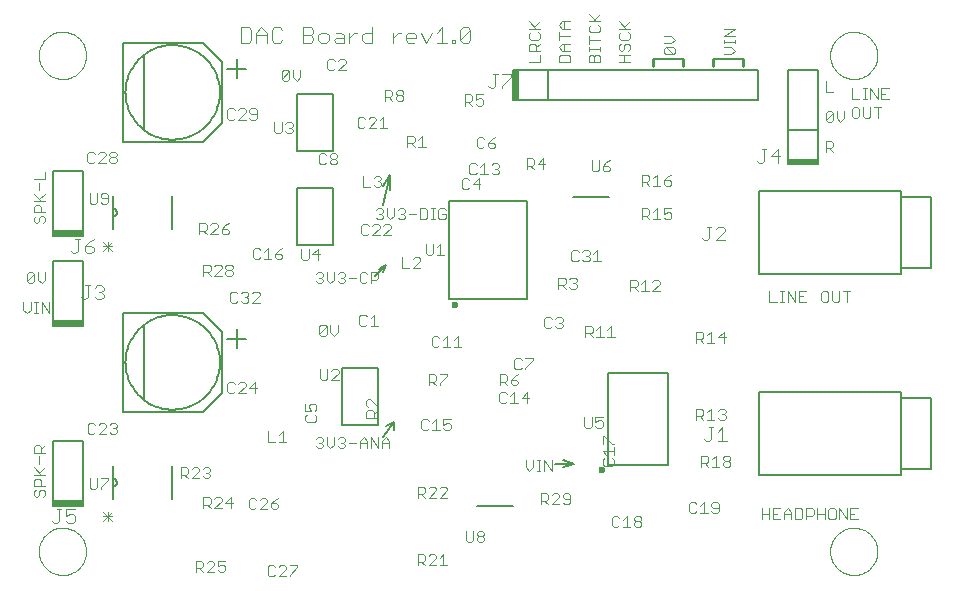
<source format=gto>
G75*
G70*
%OFA0B0*%
%FSLAX24Y24*%
%IPPOS*%
%LPD*%
%AMOC8*
5,1,8,0,0,1.08239X$1,22.5*
%
%ADD10C,0.0030*%
%ADD11C,0.0098*%
%ADD12C,0.0079*%
%ADD13C,0.0040*%
%ADD14C,0.0039*%
%ADD15C,0.0050*%
%ADD16C,0.0236*%
%ADD17C,0.0060*%
%ADD18C,0.0000*%
D10*
X003023Y002690D02*
X003337Y003004D01*
X003023Y002690D01*
X003337Y003004D01*
X003337Y002847D02*
X003023Y002847D01*
X003337Y002847D01*
X003023Y002847D01*
X003023Y003004D02*
X003337Y002690D01*
X003023Y003004D01*
X003337Y002690D01*
X003180Y002690D02*
X003180Y003004D01*
X003180Y002690D01*
X003180Y003004D01*
X001085Y003552D02*
X001023Y003490D01*
X001085Y003552D02*
X001085Y003675D01*
X001023Y003737D01*
X000962Y003737D01*
X000900Y003675D01*
X000900Y003552D01*
X000838Y003490D01*
X000776Y003490D01*
X000715Y003552D01*
X000715Y003675D01*
X000776Y003737D01*
X000715Y003858D02*
X000715Y004043D01*
X000776Y004105D01*
X000900Y004105D01*
X000962Y004043D01*
X000962Y003858D01*
X001085Y003858D02*
X000715Y003858D01*
X000715Y004227D02*
X001085Y004227D01*
X000962Y004227D02*
X000715Y004474D01*
X000900Y004595D02*
X000900Y004842D01*
X000962Y004963D02*
X000962Y005148D01*
X000900Y005210D01*
X000776Y005210D01*
X000715Y005148D01*
X000715Y004963D01*
X001085Y004963D01*
X000962Y005087D02*
X001085Y005210D01*
X001085Y004474D02*
X000900Y004288D01*
X002510Y005652D02*
X002572Y005590D01*
X002695Y005590D01*
X002757Y005652D01*
X002878Y005590D02*
X003125Y005837D01*
X003125Y005899D01*
X003064Y005960D01*
X002940Y005960D01*
X002878Y005899D01*
X002757Y005899D02*
X002695Y005960D01*
X002572Y005960D01*
X002510Y005899D01*
X002510Y005652D01*
X002878Y005590D02*
X003125Y005590D01*
X003247Y005652D02*
X003308Y005590D01*
X003432Y005590D01*
X003494Y005652D01*
X003494Y005713D01*
X003432Y005775D01*
X003370Y005775D01*
X003432Y005775D02*
X003494Y005837D01*
X003494Y005899D01*
X003432Y005960D01*
X003308Y005960D01*
X003247Y005899D01*
X005615Y004485D02*
X005615Y004115D01*
X005615Y004238D02*
X005800Y004238D01*
X005862Y004300D01*
X005862Y004424D01*
X005800Y004485D01*
X005615Y004485D01*
X005983Y004424D02*
X006045Y004485D01*
X006168Y004485D01*
X006230Y004424D01*
X006230Y004362D01*
X005983Y004115D01*
X006230Y004115D01*
X006352Y004177D02*
X006413Y004115D01*
X006537Y004115D01*
X006599Y004177D01*
X006599Y004238D01*
X006537Y004300D01*
X006475Y004300D01*
X006537Y004300D02*
X006599Y004362D01*
X006599Y004424D01*
X006537Y004485D01*
X006413Y004485D01*
X006352Y004424D01*
X005862Y004115D02*
X005738Y004238D01*
X006365Y003485D02*
X006550Y003485D01*
X006612Y003424D01*
X006612Y003300D01*
X006550Y003238D01*
X006365Y003238D01*
X006365Y003115D02*
X006365Y003485D01*
X006488Y003238D02*
X006612Y003115D01*
X006733Y003115D02*
X006980Y003362D01*
X006980Y003424D01*
X006918Y003485D01*
X006795Y003485D01*
X006733Y003424D01*
X006733Y003115D02*
X006980Y003115D01*
X007102Y003300D02*
X007349Y003300D01*
X007287Y003115D02*
X007287Y003485D01*
X007102Y003300D01*
X007885Y003399D02*
X007885Y003152D01*
X007947Y003090D01*
X008070Y003090D01*
X008132Y003152D01*
X008253Y003090D02*
X008500Y003337D01*
X008500Y003399D01*
X008439Y003460D01*
X008315Y003460D01*
X008253Y003399D01*
X008132Y003399D02*
X008070Y003460D01*
X007947Y003460D01*
X007885Y003399D01*
X008253Y003090D02*
X008500Y003090D01*
X008622Y003152D02*
X008622Y003275D01*
X008807Y003275D01*
X008869Y003213D01*
X008869Y003152D01*
X008807Y003090D01*
X008683Y003090D01*
X008622Y003152D01*
X008622Y003275D02*
X008745Y003399D01*
X008869Y003460D01*
X010177Y005115D02*
X010115Y005177D01*
X010177Y005115D02*
X010300Y005115D01*
X010362Y005177D01*
X010362Y005238D01*
X010300Y005300D01*
X010238Y005300D01*
X010300Y005300D02*
X010362Y005362D01*
X010362Y005424D01*
X010300Y005485D01*
X010177Y005485D01*
X010115Y005424D01*
X010483Y005485D02*
X010483Y005238D01*
X010607Y005115D01*
X010730Y005238D01*
X010730Y005485D01*
X010852Y005424D02*
X010913Y005485D01*
X011037Y005485D01*
X011099Y005424D01*
X011099Y005362D01*
X011037Y005300D01*
X011099Y005238D01*
X011099Y005177D01*
X011037Y005115D01*
X010913Y005115D01*
X010852Y005177D01*
X010975Y005300D02*
X011037Y005300D01*
X011220Y005300D02*
X011467Y005300D01*
X011588Y005300D02*
X011835Y005300D01*
X011835Y005362D02*
X011835Y005115D01*
X011957Y005115D02*
X011957Y005485D01*
X012203Y005115D01*
X012203Y005485D01*
X012325Y005362D02*
X012325Y005115D01*
X012325Y005300D02*
X012572Y005300D01*
X012572Y005362D02*
X012572Y005115D01*
X012572Y005362D02*
X012448Y005485D01*
X012325Y005362D01*
X011835Y005362D02*
X011712Y005485D01*
X011588Y005362D01*
X011588Y005115D01*
X011809Y006128D02*
X011809Y006314D01*
X011870Y006375D01*
X011994Y006375D01*
X012055Y006314D01*
X012055Y006128D01*
X012055Y006252D02*
X012179Y006375D01*
X012179Y006497D02*
X011932Y006744D01*
X011870Y006744D01*
X011809Y006682D01*
X011809Y006558D01*
X011870Y006497D01*
X012179Y006497D02*
X012179Y006744D01*
X012179Y006128D02*
X011809Y006128D01*
X010877Y007384D02*
X010630Y007384D01*
X010877Y007631D01*
X010877Y007692D01*
X010815Y007754D01*
X010692Y007754D01*
X010630Y007692D01*
X010509Y007754D02*
X010509Y007445D01*
X010447Y007384D01*
X010323Y007384D01*
X010262Y007445D01*
X010262Y007754D01*
X010302Y008865D02*
X010240Y008927D01*
X010487Y009174D01*
X010487Y008927D01*
X010425Y008865D01*
X010302Y008865D01*
X010240Y008927D02*
X010240Y009174D01*
X010302Y009235D01*
X010425Y009235D01*
X010487Y009174D01*
X010608Y009235D02*
X010608Y008988D01*
X010732Y008865D01*
X010855Y008988D01*
X010855Y009235D01*
X011575Y009261D02*
X011637Y009199D01*
X011760Y009199D01*
X011822Y009261D01*
X011944Y009199D02*
X012190Y009199D01*
X012067Y009199D02*
X012067Y009570D01*
X011944Y009446D01*
X011822Y009508D02*
X011760Y009570D01*
X011637Y009570D01*
X011575Y009508D01*
X011575Y009261D01*
X011650Y010615D02*
X011773Y010615D01*
X011835Y010677D01*
X011957Y010738D02*
X012142Y010738D01*
X012203Y010800D01*
X012203Y010924D01*
X012142Y010985D01*
X011957Y010985D01*
X011957Y010615D01*
X011650Y010615D02*
X011588Y010677D01*
X011588Y010924D01*
X011650Y010985D01*
X011773Y010985D01*
X011835Y010924D01*
X011467Y010800D02*
X011220Y010800D01*
X011099Y010738D02*
X011099Y010677D01*
X011037Y010615D01*
X010913Y010615D01*
X010852Y010677D01*
X010730Y010738D02*
X010607Y010615D01*
X010483Y010738D01*
X010483Y010985D01*
X010362Y010924D02*
X010362Y010862D01*
X010300Y010800D01*
X010362Y010738D01*
X010362Y010677D01*
X010300Y010615D01*
X010177Y010615D01*
X010115Y010677D01*
X010238Y010800D02*
X010300Y010800D01*
X010362Y010924D02*
X010300Y010985D01*
X010177Y010985D01*
X010115Y010924D01*
X010190Y011387D02*
X010190Y011757D01*
X010005Y011572D01*
X010252Y011572D01*
X009884Y011448D02*
X009884Y011757D01*
X009637Y011757D02*
X009637Y011448D01*
X009698Y011387D01*
X009822Y011387D01*
X009884Y011448D01*
X010730Y010985D02*
X010730Y010738D01*
X010852Y010924D02*
X010913Y010985D01*
X011037Y010985D01*
X011099Y010924D01*
X011099Y010862D01*
X011037Y010800D01*
X011099Y010738D01*
X011037Y010800D02*
X010975Y010800D01*
X009009Y011474D02*
X008948Y011412D01*
X008824Y011412D01*
X008762Y011474D01*
X008762Y011597D01*
X008948Y011597D01*
X009009Y011535D01*
X009009Y011474D01*
X008886Y011720D02*
X008762Y011597D01*
X008886Y011720D02*
X009009Y011782D01*
X008518Y011782D02*
X008518Y011412D01*
X008641Y011412D02*
X008394Y011412D01*
X008273Y011474D02*
X008211Y011412D01*
X008088Y011412D01*
X008026Y011474D01*
X008026Y011720D01*
X008088Y011782D01*
X008211Y011782D01*
X008273Y011720D01*
X008394Y011659D02*
X008518Y011782D01*
X007349Y011174D02*
X007349Y011112D01*
X007287Y011050D01*
X007163Y011050D01*
X007102Y011112D01*
X007102Y011174D01*
X007163Y011235D01*
X007287Y011235D01*
X007349Y011174D01*
X007287Y011050D02*
X007349Y010988D01*
X007349Y010927D01*
X007287Y010865D01*
X007163Y010865D01*
X007102Y010927D01*
X007102Y010988D01*
X007163Y011050D01*
X006980Y011112D02*
X006980Y011174D01*
X006918Y011235D01*
X006795Y011235D01*
X006733Y011174D01*
X006612Y011174D02*
X006612Y011050D01*
X006550Y010988D01*
X006365Y010988D01*
X006365Y010865D02*
X006365Y011235D01*
X006550Y011235D01*
X006612Y011174D01*
X006488Y010988D02*
X006612Y010865D01*
X006733Y010865D02*
X006980Y011112D01*
X006980Y010865D02*
X006733Y010865D01*
X007260Y010274D02*
X007322Y010335D01*
X007445Y010335D01*
X007507Y010274D01*
X007628Y010274D02*
X007690Y010335D01*
X007814Y010335D01*
X007875Y010274D01*
X007875Y010212D01*
X007814Y010150D01*
X007875Y010088D01*
X007875Y010027D01*
X007814Y009965D01*
X007690Y009965D01*
X007628Y010027D01*
X007507Y010027D02*
X007445Y009965D01*
X007322Y009965D01*
X007260Y010027D01*
X007260Y010274D01*
X007752Y010150D02*
X007814Y010150D01*
X007997Y010274D02*
X008058Y010335D01*
X008182Y010335D01*
X008244Y010274D01*
X008244Y010212D01*
X007997Y009965D01*
X008244Y009965D01*
X007162Y012240D02*
X007038Y012240D01*
X006977Y012302D01*
X006977Y012425D01*
X007162Y012425D01*
X007224Y012363D01*
X007224Y012302D01*
X007162Y012240D01*
X006977Y012425D02*
X007100Y012549D01*
X007224Y012610D01*
X006855Y012549D02*
X006855Y012487D01*
X006608Y012240D01*
X006855Y012240D01*
X006487Y012240D02*
X006363Y012363D01*
X006425Y012363D02*
X006240Y012363D01*
X006240Y012240D02*
X006240Y012610D01*
X006425Y012610D01*
X006487Y012549D01*
X006487Y012425D01*
X006425Y012363D01*
X006608Y012549D02*
X006670Y012610D01*
X006793Y012610D01*
X006855Y012549D01*
X010216Y014636D02*
X010216Y014883D01*
X010278Y014945D01*
X010401Y014945D01*
X010463Y014883D01*
X010584Y014883D02*
X010584Y014821D01*
X010646Y014759D01*
X010769Y014759D01*
X010831Y014698D01*
X010831Y014636D01*
X010769Y014574D01*
X010646Y014574D01*
X010584Y014636D01*
X010584Y014698D01*
X010646Y014759D01*
X010769Y014759D02*
X010831Y014821D01*
X010831Y014883D01*
X010769Y014945D01*
X010646Y014945D01*
X010584Y014883D01*
X010463Y014636D02*
X010401Y014574D01*
X010278Y014574D01*
X010216Y014636D01*
X009293Y015615D02*
X009170Y015615D01*
X009108Y015677D01*
X008987Y015677D02*
X008987Y015985D01*
X009108Y015924D02*
X009170Y015985D01*
X009293Y015985D01*
X009355Y015924D01*
X009355Y015862D01*
X009293Y015800D01*
X009355Y015738D01*
X009355Y015677D01*
X009293Y015615D01*
X009293Y015800D02*
X009232Y015800D01*
X008987Y015677D02*
X008925Y015615D01*
X008802Y015615D01*
X008740Y015677D01*
X008740Y015985D01*
X008150Y016133D02*
X008150Y016380D01*
X008088Y016442D01*
X007965Y016442D01*
X007903Y016380D01*
X007903Y016318D01*
X007965Y016256D01*
X008150Y016256D01*
X008150Y016133D02*
X008088Y016071D01*
X007965Y016071D01*
X007903Y016133D01*
X007782Y016071D02*
X007535Y016071D01*
X007782Y016318D01*
X007782Y016380D01*
X007720Y016442D01*
X007597Y016442D01*
X007535Y016380D01*
X007413Y016380D02*
X007352Y016442D01*
X007228Y016442D01*
X007167Y016380D01*
X007167Y016133D01*
X007228Y016071D01*
X007352Y016071D01*
X007413Y016133D01*
X008990Y017427D02*
X009052Y017365D01*
X009175Y017365D01*
X009237Y017427D01*
X009237Y017674D01*
X008990Y017427D01*
X008990Y017674D01*
X009052Y017735D01*
X009175Y017735D01*
X009237Y017674D01*
X009358Y017735D02*
X009358Y017488D01*
X009482Y017365D01*
X009605Y017488D01*
X009605Y017735D01*
X010503Y017777D02*
X010565Y017715D01*
X010689Y017715D01*
X010750Y017777D01*
X010872Y017715D02*
X011119Y017962D01*
X011119Y018024D01*
X011057Y018085D01*
X010933Y018085D01*
X010872Y018024D01*
X010750Y018024D02*
X010689Y018085D01*
X010565Y018085D01*
X010503Y018024D01*
X010503Y017777D01*
X010872Y017715D02*
X011119Y017715D01*
X012423Y017061D02*
X012608Y017061D01*
X012670Y016999D01*
X012670Y016876D01*
X012608Y016814D01*
X012423Y016814D01*
X012546Y016814D02*
X012670Y016690D01*
X012791Y016752D02*
X012791Y016814D01*
X012853Y016876D01*
X012976Y016876D01*
X013038Y016814D01*
X013038Y016752D01*
X012976Y016690D01*
X012853Y016690D01*
X012791Y016752D01*
X012853Y016876D02*
X012791Y016937D01*
X012791Y016999D01*
X012853Y017061D01*
X012976Y017061D01*
X013038Y016999D01*
X013038Y016937D01*
X012976Y016876D01*
X012423Y016690D02*
X012423Y017061D01*
X012370Y016162D02*
X012370Y015792D01*
X012247Y015792D02*
X012494Y015792D01*
X012247Y016039D02*
X012370Y016162D01*
X012125Y016100D02*
X012064Y016162D01*
X011940Y016162D01*
X011878Y016100D01*
X011757Y016100D02*
X011695Y016162D01*
X011572Y016162D01*
X011510Y016100D01*
X011510Y015853D01*
X011572Y015792D01*
X011695Y015792D01*
X011757Y015853D01*
X011878Y015792D02*
X012125Y016039D01*
X012125Y016100D01*
X012125Y015792D02*
X011878Y015792D01*
X013173Y015526D02*
X013173Y015156D01*
X013173Y015279D02*
X013358Y015279D01*
X013420Y015341D01*
X013420Y015465D01*
X013358Y015526D01*
X013173Y015526D01*
X013296Y015279D02*
X013420Y015156D01*
X013541Y015156D02*
X013788Y015156D01*
X013664Y015156D02*
X013664Y015526D01*
X013541Y015403D01*
X015240Y014549D02*
X015240Y014302D01*
X015302Y014240D01*
X015425Y014240D01*
X015487Y014302D01*
X015608Y014240D02*
X015855Y014240D01*
X015732Y014240D02*
X015732Y014610D01*
X015608Y014487D01*
X015487Y014549D02*
X015425Y014610D01*
X015302Y014610D01*
X015240Y014549D01*
X015175Y014110D02*
X015052Y014110D01*
X014990Y014049D01*
X014990Y013802D01*
X015052Y013740D01*
X015175Y013740D01*
X015237Y013802D01*
X015358Y013925D02*
X015605Y013925D01*
X015543Y013740D02*
X015543Y014110D01*
X015358Y013925D01*
X015237Y014049D02*
X015175Y014110D01*
X015977Y014302D02*
X016038Y014240D01*
X016162Y014240D01*
X016224Y014302D01*
X016224Y014363D01*
X016162Y014425D01*
X016100Y014425D01*
X016162Y014425D02*
X016224Y014487D01*
X016224Y014549D01*
X016162Y014610D01*
X016038Y014610D01*
X015977Y014549D01*
X015920Y015115D02*
X016043Y015115D01*
X016105Y015177D01*
X016105Y015238D01*
X016043Y015300D01*
X015858Y015300D01*
X015858Y015177D01*
X015920Y015115D01*
X015737Y015177D02*
X015675Y015115D01*
X015552Y015115D01*
X015490Y015177D01*
X015490Y015424D01*
X015552Y015485D01*
X015675Y015485D01*
X015737Y015424D01*
X015858Y015300D02*
X015982Y015424D01*
X016105Y015485D01*
X017143Y014778D02*
X017328Y014778D01*
X017390Y014717D01*
X017390Y014593D01*
X017328Y014531D01*
X017143Y014531D01*
X017143Y014408D02*
X017143Y014778D01*
X017267Y014531D02*
X017390Y014408D01*
X017511Y014593D02*
X017758Y014593D01*
X017697Y014408D02*
X017697Y014778D01*
X017511Y014593D01*
X019312Y014710D02*
X019312Y014402D01*
X019374Y014340D01*
X019498Y014340D01*
X019559Y014402D01*
X019559Y014710D01*
X019681Y014525D02*
X019866Y014525D01*
X019928Y014463D01*
X019928Y014402D01*
X019866Y014340D01*
X019742Y014340D01*
X019681Y014402D01*
X019681Y014525D01*
X019804Y014649D01*
X019928Y014710D01*
X020990Y014235D02*
X020990Y013865D01*
X020990Y013988D02*
X021175Y013988D01*
X021237Y014050D01*
X021237Y014174D01*
X021175Y014235D01*
X020990Y014235D01*
X021358Y014112D02*
X021482Y014235D01*
X021482Y013865D01*
X021605Y013865D02*
X021358Y013865D01*
X021237Y013865D02*
X021113Y013988D01*
X021727Y013927D02*
X021788Y013865D01*
X021912Y013865D01*
X021974Y013927D01*
X021974Y013988D01*
X021912Y014050D01*
X021727Y014050D01*
X021727Y013927D01*
X021727Y014050D02*
X021850Y014174D01*
X021974Y014235D01*
X021974Y013110D02*
X021727Y013110D01*
X021727Y012925D01*
X021850Y012987D01*
X021912Y012987D01*
X021974Y012925D01*
X021974Y012802D01*
X021912Y012740D01*
X021788Y012740D01*
X021727Y012802D01*
X021605Y012740D02*
X021358Y012740D01*
X021237Y012740D02*
X021113Y012863D01*
X021175Y012863D02*
X020990Y012863D01*
X020990Y012740D02*
X020990Y013110D01*
X021175Y013110D01*
X021237Y013049D01*
X021237Y012925D01*
X021175Y012863D01*
X021358Y012987D02*
X021482Y013110D01*
X021482Y012740D01*
X019495Y011710D02*
X019495Y011340D01*
X019372Y011340D02*
X019619Y011340D01*
X019372Y011587D02*
X019495Y011710D01*
X019250Y011649D02*
X019250Y011587D01*
X019189Y011525D01*
X019250Y011463D01*
X019250Y011402D01*
X019189Y011340D01*
X019065Y011340D01*
X019003Y011402D01*
X018882Y011402D02*
X018820Y011340D01*
X018697Y011340D01*
X018635Y011402D01*
X018635Y011649D01*
X018697Y011710D01*
X018820Y011710D01*
X018882Y011649D01*
X019003Y011649D02*
X019065Y011710D01*
X019189Y011710D01*
X019250Y011649D01*
X019189Y011525D02*
X019127Y011525D01*
X018758Y010805D02*
X018635Y010805D01*
X018573Y010743D01*
X018451Y010743D02*
X018451Y010620D01*
X018390Y010558D01*
X018205Y010558D01*
X018328Y010558D02*
X018451Y010435D01*
X018573Y010497D02*
X018635Y010435D01*
X018758Y010435D01*
X018820Y010497D01*
X018820Y010558D01*
X018758Y010620D01*
X018696Y010620D01*
X018758Y010620D02*
X018820Y010682D01*
X018820Y010743D01*
X018758Y010805D01*
X018451Y010743D02*
X018390Y010805D01*
X018205Y010805D01*
X018205Y010435D01*
X018170Y009485D02*
X018108Y009424D01*
X018170Y009485D02*
X018293Y009485D01*
X018355Y009424D01*
X018355Y009362D01*
X018293Y009300D01*
X018355Y009238D01*
X018355Y009177D01*
X018293Y009115D01*
X018170Y009115D01*
X018108Y009177D01*
X017987Y009177D02*
X017925Y009115D01*
X017802Y009115D01*
X017740Y009177D01*
X017740Y009424D01*
X017802Y009485D01*
X017925Y009485D01*
X017987Y009424D01*
X018232Y009300D02*
X018293Y009300D01*
X019104Y009190D02*
X019104Y008820D01*
X019104Y008943D02*
X019289Y008943D01*
X019351Y009005D01*
X019351Y009128D01*
X019289Y009190D01*
X019104Y009190D01*
X019228Y008943D02*
X019351Y008820D01*
X019472Y008820D02*
X019719Y008820D01*
X019841Y008820D02*
X020088Y008820D01*
X019964Y008820D02*
X019964Y009190D01*
X019841Y009067D01*
X019596Y009190D02*
X019596Y008820D01*
X019472Y009067D02*
X019596Y009190D01*
X020604Y010357D02*
X020604Y010727D01*
X020789Y010727D01*
X020851Y010666D01*
X020851Y010542D01*
X020789Y010481D01*
X020604Y010481D01*
X020728Y010481D02*
X020851Y010357D01*
X020972Y010357D02*
X021219Y010357D01*
X021341Y010357D02*
X021588Y010604D01*
X021588Y010666D01*
X021526Y010727D01*
X021403Y010727D01*
X021341Y010666D01*
X021096Y010727D02*
X020972Y010604D01*
X021096Y010727D02*
X021096Y010357D01*
X021341Y010357D02*
X021588Y010357D01*
X022793Y009001D02*
X022978Y009001D01*
X023040Y008939D01*
X023040Y008816D01*
X022978Y008754D01*
X022793Y008754D01*
X022793Y008631D02*
X022793Y009001D01*
X022917Y008754D02*
X023040Y008631D01*
X023161Y008631D02*
X023408Y008631D01*
X023285Y008631D02*
X023285Y009001D01*
X023161Y008878D01*
X023530Y008816D02*
X023777Y008816D01*
X023715Y008631D02*
X023715Y009001D01*
X023530Y008816D01*
X025240Y009990D02*
X025487Y009990D01*
X025608Y009990D02*
X025732Y009990D01*
X025670Y009990D02*
X025670Y010360D01*
X025608Y010360D02*
X025732Y010360D01*
X025854Y010360D02*
X026101Y009990D01*
X026101Y010360D01*
X026222Y010360D02*
X026222Y009990D01*
X026469Y009990D01*
X026346Y010175D02*
X026222Y010175D01*
X026222Y010360D02*
X026469Y010360D01*
X026959Y010299D02*
X026959Y010052D01*
X027021Y009990D01*
X027144Y009990D01*
X027206Y010052D01*
X027206Y010299D01*
X027144Y010360D01*
X027021Y010360D01*
X026959Y010299D01*
X027327Y010360D02*
X027327Y010052D01*
X027389Y009990D01*
X027512Y009990D01*
X027574Y010052D01*
X027574Y010360D01*
X027695Y010360D02*
X027942Y010360D01*
X027819Y010360D02*
X027819Y009990D01*
X025854Y009990D02*
X025854Y010360D01*
X025240Y010360D02*
X025240Y009990D01*
X023715Y006432D02*
X023591Y006432D01*
X023530Y006370D01*
X023653Y006247D02*
X023715Y006247D01*
X023777Y006185D01*
X023777Y006124D01*
X023715Y006062D01*
X023591Y006062D01*
X023530Y006124D01*
X023408Y006062D02*
X023161Y006062D01*
X023040Y006062D02*
X022917Y006185D01*
X022978Y006185D02*
X022793Y006185D01*
X022793Y006062D02*
X022793Y006432D01*
X022978Y006432D01*
X023040Y006370D01*
X023040Y006247D01*
X022978Y006185D01*
X023161Y006309D02*
X023285Y006432D01*
X023285Y006062D01*
X023715Y006247D02*
X023777Y006309D01*
X023777Y006370D01*
X023715Y006432D01*
X023757Y004870D02*
X023881Y004870D01*
X023942Y004808D01*
X023942Y004746D01*
X023881Y004685D01*
X023757Y004685D01*
X023696Y004746D01*
X023696Y004808D01*
X023757Y004870D01*
X023757Y004685D02*
X023696Y004623D01*
X023696Y004561D01*
X023757Y004499D01*
X023881Y004499D01*
X023942Y004561D01*
X023942Y004623D01*
X023881Y004685D01*
X023574Y004499D02*
X023327Y004499D01*
X023206Y004499D02*
X023082Y004623D01*
X023144Y004623D02*
X022959Y004623D01*
X022959Y004499D02*
X022959Y004870D01*
X023144Y004870D01*
X023206Y004808D01*
X023206Y004685D01*
X023144Y004623D01*
X023327Y004746D02*
X023451Y004870D01*
X023451Y004499D01*
X023484Y003322D02*
X023361Y003322D01*
X023299Y003260D01*
X023299Y003198D01*
X023361Y003136D01*
X023546Y003136D01*
X023546Y003013D02*
X023546Y003260D01*
X023484Y003322D01*
X023546Y003013D02*
X023484Y002951D01*
X023361Y002951D01*
X023299Y003013D01*
X023177Y002951D02*
X022931Y002951D01*
X023054Y002951D02*
X023054Y003322D01*
X022931Y003198D01*
X022809Y003260D02*
X022747Y003322D01*
X022624Y003322D01*
X022562Y003260D01*
X022562Y003013D01*
X022624Y002951D01*
X022747Y002951D01*
X022809Y003013D01*
X020974Y002796D02*
X020974Y002734D01*
X020912Y002672D01*
X020788Y002672D01*
X020727Y002734D01*
X020727Y002796D01*
X020788Y002857D01*
X020912Y002857D01*
X020974Y002796D01*
X020912Y002672D02*
X020974Y002610D01*
X020974Y002549D01*
X020912Y002487D01*
X020788Y002487D01*
X020727Y002549D01*
X020727Y002610D01*
X020788Y002672D01*
X020605Y002487D02*
X020358Y002487D01*
X020482Y002487D02*
X020482Y002857D01*
X020358Y002734D01*
X020237Y002796D02*
X020175Y002857D01*
X020052Y002857D01*
X019990Y002796D01*
X019990Y002549D01*
X020052Y002487D01*
X020175Y002487D01*
X020237Y002549D01*
X018599Y003302D02*
X018599Y003549D01*
X018537Y003610D01*
X018413Y003610D01*
X018352Y003549D01*
X018352Y003487D01*
X018413Y003425D01*
X018599Y003425D01*
X018599Y003302D02*
X018537Y003240D01*
X018413Y003240D01*
X018352Y003302D01*
X018230Y003240D02*
X017983Y003240D01*
X018230Y003487D01*
X018230Y003549D01*
X018168Y003610D01*
X018045Y003610D01*
X017983Y003549D01*
X017862Y003549D02*
X017862Y003425D01*
X017800Y003363D01*
X017615Y003363D01*
X017615Y003240D02*
X017615Y003610D01*
X017800Y003610D01*
X017862Y003549D01*
X017738Y003363D02*
X017862Y003240D01*
X017976Y004365D02*
X017976Y004735D01*
X017729Y004735D02*
X017976Y004365D01*
X017729Y004365D02*
X017729Y004735D01*
X017607Y004735D02*
X017483Y004735D01*
X017545Y004735D02*
X017545Y004365D01*
X017483Y004365D02*
X017607Y004365D01*
X017362Y004488D02*
X017362Y004735D01*
X017362Y004488D02*
X017238Y004365D01*
X017115Y004488D01*
X017115Y004735D01*
X019074Y005862D02*
X019074Y006170D01*
X019321Y006170D02*
X019321Y005862D01*
X019259Y005800D01*
X019135Y005800D01*
X019074Y005862D01*
X019442Y005862D02*
X019504Y005800D01*
X019627Y005800D01*
X019689Y005862D01*
X019689Y005985D01*
X019627Y006047D01*
X019565Y006047D01*
X019442Y005985D01*
X019442Y006170D01*
X019689Y006170D01*
X019679Y005518D02*
X019741Y005518D01*
X019988Y005271D01*
X020050Y005271D01*
X020050Y005149D02*
X020050Y004903D01*
X020050Y005026D02*
X019679Y005026D01*
X019803Y004903D01*
X019741Y004781D02*
X019679Y004719D01*
X019679Y004596D01*
X019741Y004534D01*
X019988Y004534D01*
X020050Y004596D01*
X020050Y004719D01*
X019988Y004781D01*
X019679Y005271D02*
X019679Y005518D01*
X017224Y006800D02*
X016977Y006800D01*
X017162Y006985D01*
X017162Y006615D01*
X016855Y006615D02*
X016608Y006615D01*
X016732Y006615D02*
X016732Y006985D01*
X016608Y006862D01*
X016487Y006924D02*
X016425Y006985D01*
X016302Y006985D01*
X016240Y006924D01*
X016240Y006677D01*
X016302Y006615D01*
X016425Y006615D01*
X016487Y006677D01*
X016500Y007215D02*
X016377Y007338D01*
X016439Y007338D02*
X016253Y007338D01*
X016253Y007215D02*
X016253Y007585D01*
X016439Y007585D01*
X016500Y007524D01*
X016500Y007400D01*
X016439Y007338D01*
X016622Y007277D02*
X016683Y007215D01*
X016807Y007215D01*
X016869Y007277D01*
X016869Y007338D01*
X016807Y007400D01*
X016622Y007400D01*
X016622Y007277D01*
X016622Y007400D02*
X016745Y007524D01*
X016869Y007585D01*
X016925Y007740D02*
X016802Y007740D01*
X016740Y007802D01*
X016740Y008049D01*
X016802Y008110D01*
X016925Y008110D01*
X016987Y008049D01*
X017108Y008110D02*
X017355Y008110D01*
X017355Y008049D01*
X017108Y007802D01*
X017108Y007740D01*
X016987Y007802D02*
X016925Y007740D01*
X014974Y008490D02*
X014727Y008490D01*
X014605Y008490D02*
X014358Y008490D01*
X014482Y008490D02*
X014482Y008860D01*
X014358Y008737D01*
X014237Y008799D02*
X014175Y008860D01*
X014052Y008860D01*
X013990Y008799D01*
X013990Y008552D01*
X014052Y008490D01*
X014175Y008490D01*
X014237Y008552D01*
X014727Y008737D02*
X014850Y008860D01*
X014850Y008490D01*
X014494Y007585D02*
X014247Y007585D01*
X014125Y007524D02*
X014125Y007400D01*
X014064Y007338D01*
X013878Y007338D01*
X013878Y007215D02*
X013878Y007585D01*
X014064Y007585D01*
X014125Y007524D01*
X014002Y007338D02*
X014125Y007215D01*
X014247Y007215D02*
X014247Y007277D01*
X014494Y007524D01*
X014494Y007585D01*
X014372Y006085D02*
X014372Y005900D01*
X014495Y005962D01*
X014557Y005962D01*
X014619Y005900D01*
X014619Y005777D01*
X014557Y005715D01*
X014433Y005715D01*
X014372Y005777D01*
X014250Y005715D02*
X014003Y005715D01*
X014127Y005715D02*
X014127Y006085D01*
X014003Y005962D01*
X013882Y006024D02*
X013820Y006085D01*
X013697Y006085D01*
X013635Y006024D01*
X013635Y005777D01*
X013697Y005715D01*
X013820Y005715D01*
X013882Y005777D01*
X014372Y006085D02*
X014619Y006085D01*
X014432Y003835D02*
X014308Y003835D01*
X014247Y003774D01*
X014125Y003774D02*
X014064Y003835D01*
X013940Y003835D01*
X013878Y003774D01*
X013757Y003774D02*
X013695Y003835D01*
X013510Y003835D01*
X013510Y003465D01*
X013510Y003588D02*
X013695Y003588D01*
X013757Y003650D01*
X013757Y003774D01*
X013633Y003588D02*
X013757Y003465D01*
X013878Y003465D02*
X014125Y003712D01*
X014125Y003774D01*
X014125Y003465D02*
X013878Y003465D01*
X014247Y003465D02*
X014494Y003712D01*
X014494Y003774D01*
X014432Y003835D01*
X014494Y003465D02*
X014247Y003465D01*
X015115Y002360D02*
X015115Y002052D01*
X015177Y001990D01*
X015300Y001990D01*
X015362Y002052D01*
X015362Y002360D01*
X015483Y002299D02*
X015483Y002237D01*
X015545Y002175D01*
X015668Y002175D01*
X015730Y002113D01*
X015730Y002052D01*
X015668Y001990D01*
X015545Y001990D01*
X015483Y002052D01*
X015483Y002113D01*
X015545Y002175D01*
X015668Y002175D02*
X015730Y002237D01*
X015730Y002299D01*
X015668Y002360D01*
X015545Y002360D01*
X015483Y002299D01*
X014370Y001585D02*
X014247Y001462D01*
X014125Y001462D02*
X013878Y001215D01*
X014125Y001215D01*
X014247Y001215D02*
X014494Y001215D01*
X014370Y001215D02*
X014370Y001585D01*
X014125Y001524D02*
X014125Y001462D01*
X014125Y001524D02*
X014064Y001585D01*
X013940Y001585D01*
X013878Y001524D01*
X013757Y001524D02*
X013757Y001400D01*
X013695Y001338D01*
X013510Y001338D01*
X013510Y001215D02*
X013510Y001585D01*
X013695Y001585D01*
X013757Y001524D01*
X013633Y001338D02*
X013757Y001215D01*
X009494Y001210D02*
X009494Y001149D01*
X009247Y000902D01*
X009247Y000840D01*
X009125Y000840D02*
X008878Y000840D01*
X009125Y001087D01*
X009125Y001149D01*
X009064Y001210D01*
X008940Y001210D01*
X008878Y001149D01*
X008757Y001149D02*
X008695Y001210D01*
X008572Y001210D01*
X008510Y001149D01*
X008510Y000902D01*
X008572Y000840D01*
X008695Y000840D01*
X008757Y000902D01*
X009247Y001210D02*
X009494Y001210D01*
X007099Y001175D02*
X007099Y001052D01*
X007037Y000990D01*
X006913Y000990D01*
X006852Y001052D01*
X006852Y001175D02*
X006975Y001237D01*
X007037Y001237D01*
X007099Y001175D01*
X007099Y001360D02*
X006852Y001360D01*
X006852Y001175D01*
X006730Y001237D02*
X006483Y000990D01*
X006730Y000990D01*
X006730Y001237D02*
X006730Y001299D01*
X006668Y001360D01*
X006545Y001360D01*
X006483Y001299D01*
X006362Y001299D02*
X006362Y001175D01*
X006300Y001113D01*
X006115Y001113D01*
X006115Y000990D02*
X006115Y001360D01*
X006300Y001360D01*
X006362Y001299D01*
X006238Y001113D02*
X006362Y000990D01*
X008521Y005323D02*
X008767Y005323D01*
X008889Y005323D02*
X009136Y005323D01*
X009012Y005323D02*
X009012Y005693D01*
X008889Y005570D01*
X008521Y005693D02*
X008521Y005323D01*
X009768Y006052D02*
X009768Y006175D01*
X009830Y006237D01*
X009768Y006358D02*
X009953Y006358D01*
X009891Y006482D01*
X009891Y006543D01*
X009953Y006605D01*
X010076Y006605D01*
X010138Y006543D01*
X010138Y006420D01*
X010076Y006358D01*
X010076Y006237D02*
X010138Y006175D01*
X010138Y006052D01*
X010076Y005990D01*
X009830Y005990D01*
X009768Y006052D01*
X009768Y006358D02*
X009768Y006605D01*
X008150Y007131D02*
X007903Y007131D01*
X008088Y007317D01*
X008088Y006946D01*
X007782Y006946D02*
X007535Y006946D01*
X007782Y007193D01*
X007782Y007255D01*
X007720Y007317D01*
X007597Y007317D01*
X007535Y007255D01*
X007413Y007255D02*
X007352Y007317D01*
X007228Y007317D01*
X007167Y007255D01*
X007167Y007008D01*
X007228Y006946D01*
X007352Y006946D01*
X007413Y007008D01*
X012990Y011115D02*
X013237Y011115D01*
X013358Y011115D02*
X013605Y011362D01*
X013605Y011424D01*
X013543Y011485D01*
X013420Y011485D01*
X013358Y011424D01*
X013358Y011115D02*
X013605Y011115D01*
X013843Y011564D02*
X013781Y011626D01*
X013781Y011934D01*
X014028Y011934D02*
X014028Y011626D01*
X013966Y011564D01*
X013843Y011564D01*
X014150Y011564D02*
X014397Y011564D01*
X014273Y011564D02*
X014273Y011934D01*
X014150Y011811D01*
X014080Y012740D02*
X013957Y012740D01*
X014018Y012740D02*
X014018Y013110D01*
X013957Y013110D02*
X014080Y013110D01*
X014202Y013049D02*
X014202Y012802D01*
X014264Y012740D01*
X014387Y012740D01*
X014449Y012802D01*
X014449Y012925D01*
X014326Y012925D01*
X014449Y013049D02*
X014387Y013110D01*
X014264Y013110D01*
X014202Y013049D01*
X013835Y013049D02*
X013835Y012802D01*
X013773Y012740D01*
X013588Y012740D01*
X013588Y013110D01*
X013773Y013110D01*
X013835Y013049D01*
X013467Y012925D02*
X013220Y012925D01*
X013099Y012863D02*
X013099Y012802D01*
X013037Y012740D01*
X012913Y012740D01*
X012852Y012802D01*
X012730Y012863D02*
X012730Y013110D01*
X012852Y013049D02*
X012913Y013110D01*
X013037Y013110D01*
X013099Y013049D01*
X013099Y012987D01*
X013037Y012925D01*
X013099Y012863D01*
X013037Y012925D02*
X012975Y012925D01*
X012730Y012863D02*
X012607Y012740D01*
X012483Y012863D01*
X012483Y013110D01*
X012362Y013049D02*
X012362Y012987D01*
X012300Y012925D01*
X012362Y012863D01*
X012362Y012802D01*
X012300Y012740D01*
X012177Y012740D01*
X012115Y012802D01*
X012238Y012925D02*
X012300Y012925D01*
X012362Y013049D02*
X012300Y013110D01*
X012177Y013110D01*
X012115Y013049D01*
X012065Y012585D02*
X012003Y012524D01*
X012065Y012585D02*
X012189Y012585D01*
X012250Y012524D01*
X012250Y012462D01*
X012003Y012215D01*
X012250Y012215D01*
X012372Y012215D02*
X012619Y012462D01*
X012619Y012524D01*
X012557Y012585D01*
X012433Y012585D01*
X012372Y012524D01*
X012372Y012215D02*
X012619Y012215D01*
X011882Y012277D02*
X011820Y012215D01*
X011697Y012215D01*
X011635Y012277D01*
X011635Y012524D01*
X011697Y012585D01*
X011820Y012585D01*
X011882Y012524D01*
X012990Y011485D02*
X012990Y011115D01*
X012240Y013829D02*
X012117Y013829D01*
X012055Y013890D01*
X011934Y013829D02*
X011687Y013829D01*
X011687Y014199D01*
X012055Y014137D02*
X012117Y014199D01*
X012240Y014199D01*
X012302Y014137D01*
X012302Y014075D01*
X012240Y014014D01*
X012302Y013952D01*
X012302Y013890D01*
X012240Y013829D01*
X012240Y014014D02*
X012179Y014014D01*
X015081Y016537D02*
X015081Y016907D01*
X015266Y016907D01*
X015328Y016845D01*
X015328Y016722D01*
X015266Y016660D01*
X015081Y016660D01*
X015205Y016660D02*
X015328Y016537D01*
X015449Y016599D02*
X015511Y016537D01*
X015635Y016537D01*
X015696Y016599D01*
X015696Y016722D01*
X015635Y016784D01*
X015573Y016784D01*
X015449Y016722D01*
X015449Y016907D01*
X015696Y016907D01*
X017215Y017990D02*
X017585Y017990D01*
X017585Y018237D01*
X017585Y018358D02*
X017215Y018358D01*
X017215Y018543D01*
X017276Y018605D01*
X017400Y018605D01*
X017462Y018543D01*
X017462Y018358D01*
X017462Y018482D02*
X017585Y018605D01*
X017523Y018727D02*
X017276Y018727D01*
X017215Y018788D01*
X017215Y018912D01*
X017276Y018974D01*
X017215Y019095D02*
X017585Y019095D01*
X017462Y019095D02*
X017215Y019342D01*
X017400Y019157D02*
X017585Y019342D01*
X017523Y018974D02*
X017585Y018912D01*
X017585Y018788D01*
X017523Y018727D01*
X018215Y018727D02*
X018215Y018974D01*
X018215Y018850D02*
X018585Y018850D01*
X018585Y018605D02*
X018338Y018605D01*
X018215Y018482D01*
X018338Y018358D01*
X018585Y018358D01*
X018523Y018237D02*
X018276Y018237D01*
X018215Y018175D01*
X018215Y017990D01*
X018585Y017990D01*
X018585Y018175D01*
X018523Y018237D01*
X018400Y018358D02*
X018400Y018605D01*
X018400Y019095D02*
X018400Y019342D01*
X018338Y019342D02*
X018585Y019342D01*
X018338Y019342D02*
X018215Y019218D01*
X018338Y019095D01*
X018585Y019095D01*
X019215Y019034D02*
X019276Y018972D01*
X019523Y018972D01*
X019585Y019034D01*
X019585Y019157D01*
X019523Y019219D01*
X019462Y019340D02*
X019215Y019587D01*
X019215Y019340D02*
X019585Y019340D01*
X019400Y019402D02*
X019585Y019587D01*
X019276Y019219D02*
X019215Y019157D01*
X019215Y019034D01*
X019215Y018851D02*
X019215Y018604D01*
X019215Y018482D02*
X019215Y018358D01*
X019215Y018420D02*
X019585Y018420D01*
X019585Y018358D02*
X019585Y018482D01*
X019585Y018727D02*
X019215Y018727D01*
X019276Y018237D02*
X019338Y018237D01*
X019400Y018175D01*
X019400Y017990D01*
X019585Y017990D02*
X019585Y018175D01*
X019523Y018237D01*
X019462Y018237D01*
X019400Y018175D01*
X019276Y018237D02*
X019215Y018175D01*
X019215Y017990D01*
X019585Y017990D01*
X020215Y017990D02*
X020585Y017990D01*
X020400Y017990D02*
X020400Y018237D01*
X020338Y018358D02*
X020276Y018358D01*
X020215Y018420D01*
X020215Y018543D01*
X020276Y018605D01*
X020276Y018727D02*
X020523Y018727D01*
X020585Y018788D01*
X020585Y018912D01*
X020523Y018974D01*
X020462Y019095D02*
X020215Y019342D01*
X020400Y019157D02*
X020585Y019342D01*
X020585Y019095D02*
X020215Y019095D01*
X020276Y018974D02*
X020215Y018912D01*
X020215Y018788D01*
X020276Y018727D01*
X020400Y018543D02*
X020462Y018605D01*
X020523Y018605D01*
X020585Y018543D01*
X020585Y018420D01*
X020523Y018358D01*
X020585Y018237D02*
X020215Y018237D01*
X020338Y018358D02*
X020400Y018420D01*
X020400Y018543D01*
X021715Y018608D02*
X021962Y018608D01*
X022085Y018732D01*
X021962Y018855D01*
X021715Y018855D01*
X021776Y018487D02*
X022023Y018240D01*
X022085Y018302D01*
X022085Y018425D01*
X022023Y018487D01*
X021776Y018487D01*
X021715Y018425D01*
X021715Y018302D01*
X021776Y018240D01*
X022023Y018240D01*
X023715Y018240D02*
X023962Y018240D01*
X024085Y018363D01*
X023962Y018487D01*
X023715Y018487D01*
X023715Y018608D02*
X023715Y018732D01*
X023715Y018670D02*
X024085Y018670D01*
X024085Y018608D02*
X024085Y018732D01*
X024085Y018854D02*
X023715Y018854D01*
X024085Y019101D01*
X023715Y019101D01*
X027115Y017360D02*
X027115Y016990D01*
X027362Y016990D01*
X027300Y016360D02*
X027362Y016299D01*
X027115Y016052D01*
X027177Y015990D01*
X027300Y015990D01*
X027362Y016052D01*
X027362Y016299D01*
X027300Y016360D02*
X027177Y016360D01*
X027115Y016299D01*
X027115Y016052D01*
X027483Y016113D02*
X027607Y015990D01*
X027730Y016113D01*
X027730Y016360D01*
X027483Y016360D02*
X027483Y016113D01*
X027990Y016177D02*
X027990Y016424D01*
X028052Y016485D01*
X028175Y016485D01*
X028237Y016424D01*
X028237Y016177D01*
X028175Y016115D01*
X028052Y016115D01*
X027990Y016177D01*
X028358Y016177D02*
X028420Y016115D01*
X028543Y016115D01*
X028605Y016177D01*
X028605Y016485D01*
X028727Y016485D02*
X028974Y016485D01*
X028850Y016485D02*
X028850Y016115D01*
X028358Y016177D02*
X028358Y016485D01*
X028358Y016740D02*
X028482Y016740D01*
X028420Y016740D02*
X028420Y017110D01*
X028358Y017110D02*
X028482Y017110D01*
X028604Y017110D02*
X028851Y016740D01*
X028851Y017110D01*
X028972Y017110D02*
X028972Y016740D01*
X029219Y016740D01*
X029096Y016925D02*
X028972Y016925D01*
X028972Y017110D02*
X029219Y017110D01*
X028604Y017110D02*
X028604Y016740D01*
X028237Y016740D02*
X027990Y016740D01*
X027990Y017110D01*
X027300Y015360D02*
X027362Y015299D01*
X027362Y015175D01*
X027300Y015113D01*
X027115Y015113D01*
X027115Y014990D02*
X027115Y015360D01*
X027300Y015360D01*
X027238Y015113D02*
X027362Y014990D01*
X027385Y003110D02*
X027262Y003110D01*
X027200Y003049D01*
X027200Y002802D01*
X027262Y002740D01*
X027385Y002740D01*
X027447Y002802D01*
X027447Y003049D01*
X027385Y003110D01*
X027568Y003110D02*
X027815Y002740D01*
X027815Y003110D01*
X027937Y003110D02*
X027937Y002740D01*
X028183Y002740D01*
X028060Y002925D02*
X027937Y002925D01*
X027937Y003110D02*
X028183Y003110D01*
X027568Y003110D02*
X027568Y002740D01*
X027078Y002740D02*
X027078Y003110D01*
X027078Y002925D02*
X026832Y002925D01*
X026710Y002925D02*
X026710Y003049D01*
X026648Y003110D01*
X026463Y003110D01*
X026463Y002740D01*
X026463Y002863D02*
X026648Y002863D01*
X026710Y002925D01*
X026832Y002740D02*
X026832Y003110D01*
X026342Y003049D02*
X026342Y002802D01*
X026280Y002740D01*
X026095Y002740D01*
X026095Y003110D01*
X026280Y003110D01*
X026342Y003049D01*
X025974Y002987D02*
X025974Y002740D01*
X025974Y002925D02*
X025727Y002925D01*
X025727Y002987D02*
X025727Y002740D01*
X025605Y002740D02*
X025358Y002740D01*
X025358Y003110D01*
X025605Y003110D01*
X025727Y002987D02*
X025850Y003110D01*
X025974Y002987D01*
X025482Y002925D02*
X025358Y002925D01*
X025237Y002925D02*
X024990Y002925D01*
X024990Y002740D02*
X024990Y003110D01*
X025237Y003110D02*
X025237Y002740D01*
X003488Y014688D02*
X003426Y014626D01*
X003302Y014626D01*
X003241Y014688D01*
X003241Y014750D01*
X003302Y014812D01*
X003426Y014812D01*
X003488Y014750D01*
X003488Y014688D01*
X003426Y014812D02*
X003488Y014873D01*
X003488Y014935D01*
X003426Y014997D01*
X003302Y014997D01*
X003241Y014935D01*
X003241Y014873D01*
X003302Y014812D01*
X003119Y014873D02*
X002872Y014626D01*
X003119Y014626D01*
X003119Y014873D02*
X003119Y014935D01*
X003058Y014997D01*
X002934Y014997D01*
X002872Y014935D01*
X002751Y014935D02*
X002689Y014997D01*
X002566Y014997D01*
X002504Y014935D01*
X002504Y014688D01*
X002566Y014626D01*
X002689Y014626D01*
X002751Y014688D01*
X001085Y014335D02*
X001085Y014088D01*
X000715Y014088D01*
X000900Y013967D02*
X000900Y013720D01*
X001085Y013599D02*
X000900Y013413D01*
X000962Y013352D02*
X000715Y013599D01*
X000715Y013352D02*
X001085Y013352D01*
X000962Y013168D02*
X000962Y012983D01*
X000962Y012862D02*
X000900Y012800D01*
X000900Y012677D01*
X000838Y012615D01*
X000776Y012615D01*
X000715Y012677D01*
X000715Y012800D01*
X000776Y012862D01*
X000715Y012983D02*
X000715Y013168D01*
X000776Y013230D01*
X000900Y013230D01*
X000962Y013168D01*
X001085Y012983D02*
X000715Y012983D01*
X000962Y012862D02*
X001023Y012862D01*
X001085Y012800D01*
X001085Y012677D01*
X001023Y012615D01*
X003023Y012004D02*
X003337Y011690D01*
X003023Y012004D01*
X003337Y011690D01*
X003337Y011847D02*
X003023Y011847D01*
X003337Y011847D01*
X003023Y011847D01*
X003023Y011690D02*
X003337Y012004D01*
X003023Y011690D01*
X003337Y012004D01*
X003180Y012004D02*
X003180Y011690D01*
X003180Y012004D01*
X003180Y011690D01*
X001105Y010985D02*
X001105Y010738D01*
X000982Y010615D01*
X000858Y010738D01*
X000858Y010985D01*
X000737Y010924D02*
X000490Y010677D01*
X000552Y010615D01*
X000675Y010615D01*
X000737Y010677D01*
X000737Y010924D01*
X000675Y010985D01*
X000552Y010985D01*
X000490Y010924D01*
X000490Y010677D01*
X000612Y009985D02*
X000612Y009738D01*
X000488Y009615D01*
X000365Y009738D01*
X000365Y009985D01*
X000733Y009985D02*
X000857Y009985D01*
X000795Y009985D02*
X000795Y009615D01*
X000733Y009615D02*
X000857Y009615D01*
X000979Y009615D02*
X000979Y009985D01*
X001226Y009615D01*
X001226Y009985D01*
D11*
X021350Y017850D02*
X021350Y018100D01*
X022350Y018100D02*
X022350Y017850D01*
X023350Y017850D02*
X023350Y018100D01*
X024350Y018100D02*
X024350Y017850D01*
D12*
X024350Y018100D02*
X023350Y018100D01*
X022350Y018100D02*
X021350Y018100D01*
X019876Y013503D02*
X018694Y013503D01*
X012600Y013725D02*
X012600Y014225D01*
X012350Y013850D01*
X012600Y014225D02*
X012350Y013225D01*
X012475Y011225D02*
X012225Y011100D01*
X012350Y010975D02*
X012475Y011225D01*
X012100Y010850D01*
X012725Y005975D02*
X012725Y005725D01*
X012725Y005975D02*
X012350Y005475D01*
X012475Y005850D02*
X012725Y005975D01*
X015508Y003197D02*
X016690Y003197D01*
X018100Y004600D02*
X018725Y004600D01*
X018350Y004475D01*
X018350Y004725D02*
X018725Y004600D01*
D13*
X023058Y005427D02*
X023135Y005350D01*
X023212Y005350D01*
X023289Y005427D01*
X023289Y005811D01*
X023365Y005811D02*
X023212Y005811D01*
X023519Y005657D02*
X023672Y005811D01*
X023672Y005350D01*
X023519Y005350D02*
X023826Y005350D01*
X023757Y012043D02*
X023450Y012043D01*
X023757Y012350D01*
X023757Y012427D01*
X023680Y012504D01*
X023527Y012504D01*
X023450Y012427D01*
X023296Y012504D02*
X023143Y012504D01*
X023220Y012504D02*
X023220Y012120D01*
X023143Y012043D01*
X023066Y012043D01*
X022990Y012120D01*
X024901Y014620D02*
X024978Y014620D01*
X025054Y014697D01*
X025054Y015080D01*
X024978Y015080D02*
X025131Y015080D01*
X025285Y014850D02*
X025592Y014850D01*
X025515Y014620D02*
X025515Y015080D01*
X025285Y014850D01*
X024901Y014620D02*
X024824Y014697D01*
X016637Y017504D02*
X016330Y017197D01*
X016330Y017120D01*
X016100Y017197D02*
X016100Y017580D01*
X016023Y017580D02*
X016177Y017580D01*
X016330Y017580D02*
X016637Y017580D01*
X016637Y017504D01*
X016100Y017197D02*
X016023Y017120D01*
X015947Y017120D01*
X015870Y017197D01*
X015185Y018620D02*
X015012Y018620D01*
X014925Y018707D01*
X015272Y019054D01*
X015272Y018707D01*
X015185Y018620D01*
X014925Y018707D02*
X014925Y019054D01*
X015012Y019140D01*
X015185Y019140D01*
X015272Y019054D01*
X014754Y018707D02*
X014754Y018620D01*
X014667Y018620D01*
X014667Y018707D01*
X014754Y018707D01*
X014498Y018620D02*
X014151Y018620D01*
X014325Y018620D02*
X014325Y019140D01*
X014151Y018967D01*
X013983Y018967D02*
X013809Y018620D01*
X013636Y018967D01*
X013467Y018880D02*
X013467Y018793D01*
X013120Y018793D01*
X013120Y018707D02*
X013120Y018880D01*
X013207Y018967D01*
X013380Y018967D01*
X013467Y018880D01*
X013380Y018620D02*
X013207Y018620D01*
X013120Y018707D01*
X012951Y018967D02*
X012864Y018967D01*
X012690Y018793D01*
X012690Y018620D02*
X012690Y018967D01*
X012006Y018967D02*
X011746Y018967D01*
X011659Y018880D01*
X011659Y018707D01*
X011746Y018620D01*
X012006Y018620D01*
X012006Y019140D01*
X011490Y018967D02*
X011403Y018967D01*
X011229Y018793D01*
X011061Y018793D02*
X010801Y018793D01*
X010714Y018707D01*
X010801Y018620D01*
X011061Y018620D01*
X011061Y018880D01*
X010974Y018967D01*
X010801Y018967D01*
X010545Y018880D02*
X010458Y018967D01*
X010285Y018967D01*
X010198Y018880D01*
X010198Y018707D01*
X010285Y018620D01*
X010458Y018620D01*
X010545Y018707D01*
X010545Y018880D01*
X010030Y018793D02*
X010030Y018707D01*
X009943Y018620D01*
X009683Y018620D01*
X009683Y019140D01*
X009943Y019140D01*
X010030Y019054D01*
X010030Y018967D01*
X009943Y018880D01*
X009683Y018880D01*
X009943Y018880D02*
X010030Y018793D01*
X008998Y018707D02*
X008912Y018620D01*
X008738Y018620D01*
X008651Y018707D01*
X008651Y019054D01*
X008738Y019140D01*
X008912Y019140D01*
X008998Y019054D01*
X008483Y018967D02*
X008483Y018620D01*
X008483Y018880D02*
X008136Y018880D01*
X008136Y018967D02*
X008136Y018620D01*
X007967Y018707D02*
X007967Y019054D01*
X007880Y019140D01*
X007620Y019140D01*
X007620Y018620D01*
X007880Y018620D01*
X007967Y018707D01*
X008136Y018967D02*
X008309Y019140D01*
X008483Y018967D01*
X011229Y018967D02*
X011229Y018620D01*
X003189Y013560D02*
X003189Y013320D01*
X003128Y013260D01*
X003008Y013260D01*
X002948Y013320D01*
X002820Y013320D02*
X002820Y013620D01*
X002948Y013560D02*
X003008Y013620D01*
X003128Y013620D01*
X003189Y013560D01*
X003189Y013440D02*
X003008Y013440D01*
X002948Y013500D01*
X002948Y013560D01*
X002820Y013320D02*
X002760Y013260D01*
X002640Y013260D01*
X002580Y013320D01*
X002580Y013620D01*
X002717Y012080D02*
X002563Y012004D01*
X002410Y011850D01*
X002640Y011850D01*
X002717Y011773D01*
X002717Y011697D01*
X002640Y011620D01*
X002486Y011620D01*
X002410Y011697D01*
X002410Y011850D01*
X002179Y011697D02*
X002179Y012080D01*
X002103Y012080D02*
X002256Y012080D01*
X002179Y011697D02*
X002103Y011620D01*
X002026Y011620D01*
X001949Y011697D01*
X002437Y010543D02*
X002591Y010543D01*
X002514Y010543D02*
X002514Y010159D01*
X002437Y010083D01*
X002361Y010083D01*
X002284Y010159D01*
X002744Y010159D02*
X002821Y010083D01*
X002974Y010083D01*
X003051Y010159D01*
X003051Y010236D01*
X002974Y010313D01*
X002898Y010313D01*
X002974Y010313D02*
X003051Y010390D01*
X003051Y010466D01*
X002974Y010543D01*
X002821Y010543D01*
X002744Y010466D01*
X002820Y004120D02*
X002820Y003820D01*
X002760Y003760D01*
X002640Y003760D01*
X002580Y003820D01*
X002580Y004120D01*
X002948Y004120D02*
X003189Y004120D01*
X003189Y004060D01*
X002948Y003820D01*
X002948Y003760D01*
X002092Y003080D02*
X001785Y003080D01*
X001785Y002850D01*
X001938Y002927D01*
X002015Y002927D01*
X002092Y002850D01*
X002092Y002697D01*
X002015Y002620D01*
X001861Y002620D01*
X001785Y002697D01*
X001554Y002697D02*
X001554Y003080D01*
X001478Y003080D02*
X001631Y003080D01*
X001554Y002697D02*
X001478Y002620D01*
X001401Y002620D01*
X001324Y002697D01*
D14*
X000888Y001675D02*
X000890Y001731D01*
X000896Y001786D01*
X000906Y001840D01*
X000919Y001894D01*
X000937Y001947D01*
X000958Y001998D01*
X000982Y002048D01*
X001010Y002096D01*
X001042Y002142D01*
X001076Y002186D01*
X001114Y002227D01*
X001154Y002265D01*
X001197Y002300D01*
X001242Y002332D01*
X001290Y002361D01*
X001339Y002387D01*
X001390Y002409D01*
X001442Y002427D01*
X001496Y002441D01*
X001551Y002452D01*
X001606Y002459D01*
X001661Y002462D01*
X001717Y002461D01*
X001772Y002456D01*
X001827Y002447D01*
X001881Y002435D01*
X001934Y002418D01*
X001986Y002398D01*
X002036Y002374D01*
X002084Y002347D01*
X002131Y002317D01*
X002175Y002283D01*
X002217Y002246D01*
X002255Y002206D01*
X002292Y002164D01*
X002325Y002119D01*
X002354Y002073D01*
X002381Y002024D01*
X002403Y001973D01*
X002423Y001921D01*
X002438Y001867D01*
X002450Y001813D01*
X002458Y001758D01*
X002462Y001703D01*
X002462Y001647D01*
X002458Y001592D01*
X002450Y001537D01*
X002438Y001483D01*
X002423Y001429D01*
X002403Y001377D01*
X002381Y001326D01*
X002354Y001277D01*
X002325Y001231D01*
X002292Y001186D01*
X002255Y001144D01*
X002217Y001104D01*
X002175Y001067D01*
X002131Y001033D01*
X002084Y001003D01*
X002036Y000976D01*
X001986Y000952D01*
X001934Y000932D01*
X001881Y000915D01*
X001827Y000903D01*
X001772Y000894D01*
X001717Y000889D01*
X001661Y000888D01*
X001606Y000891D01*
X001551Y000898D01*
X001496Y000909D01*
X001442Y000923D01*
X001390Y000941D01*
X001339Y000963D01*
X001290Y000989D01*
X001242Y001018D01*
X001197Y001050D01*
X001154Y001085D01*
X001114Y001123D01*
X001076Y001164D01*
X001042Y001208D01*
X001010Y001254D01*
X000982Y001302D01*
X000958Y001352D01*
X000937Y001403D01*
X000919Y001456D01*
X000906Y001510D01*
X000896Y001564D01*
X000890Y001619D01*
X000888Y001675D01*
X000888Y018210D02*
X000890Y018266D01*
X000896Y018321D01*
X000906Y018375D01*
X000919Y018429D01*
X000937Y018482D01*
X000958Y018533D01*
X000982Y018583D01*
X001010Y018631D01*
X001042Y018677D01*
X001076Y018721D01*
X001114Y018762D01*
X001154Y018800D01*
X001197Y018835D01*
X001242Y018867D01*
X001290Y018896D01*
X001339Y018922D01*
X001390Y018944D01*
X001442Y018962D01*
X001496Y018976D01*
X001551Y018987D01*
X001606Y018994D01*
X001661Y018997D01*
X001717Y018996D01*
X001772Y018991D01*
X001827Y018982D01*
X001881Y018970D01*
X001934Y018953D01*
X001986Y018933D01*
X002036Y018909D01*
X002084Y018882D01*
X002131Y018852D01*
X002175Y018818D01*
X002217Y018781D01*
X002255Y018741D01*
X002292Y018699D01*
X002325Y018654D01*
X002354Y018608D01*
X002381Y018559D01*
X002403Y018508D01*
X002423Y018456D01*
X002438Y018402D01*
X002450Y018348D01*
X002458Y018293D01*
X002462Y018238D01*
X002462Y018182D01*
X002458Y018127D01*
X002450Y018072D01*
X002438Y018018D01*
X002423Y017964D01*
X002403Y017912D01*
X002381Y017861D01*
X002354Y017812D01*
X002325Y017766D01*
X002292Y017721D01*
X002255Y017679D01*
X002217Y017639D01*
X002175Y017602D01*
X002131Y017568D01*
X002084Y017538D01*
X002036Y017511D01*
X001986Y017487D01*
X001934Y017467D01*
X001881Y017450D01*
X001827Y017438D01*
X001772Y017429D01*
X001717Y017424D01*
X001661Y017423D01*
X001606Y017426D01*
X001551Y017433D01*
X001496Y017444D01*
X001442Y017458D01*
X001390Y017476D01*
X001339Y017498D01*
X001290Y017524D01*
X001242Y017553D01*
X001197Y017585D01*
X001154Y017620D01*
X001114Y017658D01*
X001076Y017699D01*
X001042Y017743D01*
X001010Y017789D01*
X000982Y017837D01*
X000958Y017887D01*
X000937Y017938D01*
X000919Y017991D01*
X000906Y018045D01*
X000896Y018099D01*
X000890Y018154D01*
X000888Y018210D01*
X027266Y018210D02*
X027268Y018266D01*
X027274Y018321D01*
X027284Y018375D01*
X027297Y018429D01*
X027315Y018482D01*
X027336Y018533D01*
X027360Y018583D01*
X027388Y018631D01*
X027420Y018677D01*
X027454Y018721D01*
X027492Y018762D01*
X027532Y018800D01*
X027575Y018835D01*
X027620Y018867D01*
X027668Y018896D01*
X027717Y018922D01*
X027768Y018944D01*
X027820Y018962D01*
X027874Y018976D01*
X027929Y018987D01*
X027984Y018994D01*
X028039Y018997D01*
X028095Y018996D01*
X028150Y018991D01*
X028205Y018982D01*
X028259Y018970D01*
X028312Y018953D01*
X028364Y018933D01*
X028414Y018909D01*
X028462Y018882D01*
X028509Y018852D01*
X028553Y018818D01*
X028595Y018781D01*
X028633Y018741D01*
X028670Y018699D01*
X028703Y018654D01*
X028732Y018608D01*
X028759Y018559D01*
X028781Y018508D01*
X028801Y018456D01*
X028816Y018402D01*
X028828Y018348D01*
X028836Y018293D01*
X028840Y018238D01*
X028840Y018182D01*
X028836Y018127D01*
X028828Y018072D01*
X028816Y018018D01*
X028801Y017964D01*
X028781Y017912D01*
X028759Y017861D01*
X028732Y017812D01*
X028703Y017766D01*
X028670Y017721D01*
X028633Y017679D01*
X028595Y017639D01*
X028553Y017602D01*
X028509Y017568D01*
X028462Y017538D01*
X028414Y017511D01*
X028364Y017487D01*
X028312Y017467D01*
X028259Y017450D01*
X028205Y017438D01*
X028150Y017429D01*
X028095Y017424D01*
X028039Y017423D01*
X027984Y017426D01*
X027929Y017433D01*
X027874Y017444D01*
X027820Y017458D01*
X027768Y017476D01*
X027717Y017498D01*
X027668Y017524D01*
X027620Y017553D01*
X027575Y017585D01*
X027532Y017620D01*
X027492Y017658D01*
X027454Y017699D01*
X027420Y017743D01*
X027388Y017789D01*
X027360Y017837D01*
X027336Y017887D01*
X027315Y017938D01*
X027297Y017991D01*
X027284Y018045D01*
X027274Y018099D01*
X027268Y018154D01*
X027266Y018210D01*
X027266Y001675D02*
X027268Y001731D01*
X027274Y001786D01*
X027284Y001840D01*
X027297Y001894D01*
X027315Y001947D01*
X027336Y001998D01*
X027360Y002048D01*
X027388Y002096D01*
X027420Y002142D01*
X027454Y002186D01*
X027492Y002227D01*
X027532Y002265D01*
X027575Y002300D01*
X027620Y002332D01*
X027668Y002361D01*
X027717Y002387D01*
X027768Y002409D01*
X027820Y002427D01*
X027874Y002441D01*
X027929Y002452D01*
X027984Y002459D01*
X028039Y002462D01*
X028095Y002461D01*
X028150Y002456D01*
X028205Y002447D01*
X028259Y002435D01*
X028312Y002418D01*
X028364Y002398D01*
X028414Y002374D01*
X028462Y002347D01*
X028509Y002317D01*
X028553Y002283D01*
X028595Y002246D01*
X028633Y002206D01*
X028670Y002164D01*
X028703Y002119D01*
X028732Y002073D01*
X028759Y002024D01*
X028781Y001973D01*
X028801Y001921D01*
X028816Y001867D01*
X028828Y001813D01*
X028836Y001758D01*
X028840Y001703D01*
X028840Y001647D01*
X028836Y001592D01*
X028828Y001537D01*
X028816Y001483D01*
X028801Y001429D01*
X028781Y001377D01*
X028759Y001326D01*
X028732Y001277D01*
X028703Y001231D01*
X028670Y001186D01*
X028633Y001144D01*
X028595Y001104D01*
X028553Y001067D01*
X028509Y001033D01*
X028462Y001003D01*
X028414Y000976D01*
X028364Y000952D01*
X028312Y000932D01*
X028259Y000915D01*
X028205Y000903D01*
X028150Y000894D01*
X028095Y000889D01*
X028039Y000888D01*
X027984Y000891D01*
X027929Y000898D01*
X027874Y000909D01*
X027820Y000923D01*
X027768Y000941D01*
X027717Y000963D01*
X027668Y000989D01*
X027620Y001018D01*
X027575Y001050D01*
X027532Y001085D01*
X027492Y001123D01*
X027454Y001164D01*
X027420Y001208D01*
X027388Y001254D01*
X027360Y001302D01*
X027336Y001352D01*
X027315Y001403D01*
X027297Y001456D01*
X027284Y001510D01*
X027274Y001564D01*
X027268Y001619D01*
X027266Y001675D01*
D15*
X029628Y004234D02*
X024903Y004234D01*
X024903Y006990D01*
X029628Y006990D01*
X029628Y006793D01*
X030612Y006793D01*
X030612Y004431D01*
X029628Y004431D01*
X029628Y004234D01*
X029628Y004431D02*
X029628Y006793D01*
X029628Y010927D02*
X024903Y010927D01*
X024903Y013683D01*
X029628Y013683D01*
X029628Y013486D01*
X030612Y013486D01*
X030612Y011124D01*
X029628Y011124D01*
X029628Y010927D01*
X029628Y011124D02*
X029628Y013486D01*
X026850Y014575D02*
X025850Y014575D01*
X025850Y014625D01*
X025850Y014675D01*
X025850Y014725D01*
X025850Y015725D01*
X026850Y015725D01*
X026850Y014725D01*
X026850Y014675D01*
X026850Y014625D01*
X026850Y014575D01*
X026850Y014625D02*
X025850Y014625D01*
X025850Y014675D02*
X026850Y014675D01*
X026850Y014725D02*
X025850Y014725D01*
X025850Y015725D02*
X025850Y017725D01*
X026850Y017725D01*
X026850Y015725D01*
X024850Y016725D02*
X017850Y016725D01*
X017850Y017725D01*
X024850Y017725D01*
X024850Y016725D01*
X017850Y016725D02*
X016850Y016725D01*
X016800Y016725D01*
X016750Y016725D01*
X016700Y016725D01*
X016700Y017725D01*
X016750Y017725D01*
X016800Y017725D01*
X016850Y017725D01*
X017850Y017725D01*
X016850Y017725D02*
X016850Y016725D01*
X016800Y016725D02*
X016800Y017725D01*
X016750Y017725D02*
X016750Y016725D01*
X017149Y013356D02*
X014551Y013356D01*
X014551Y010094D01*
X017149Y010094D01*
X017149Y013356D01*
X010691Y013797D02*
X010691Y011903D01*
X009509Y011903D01*
X009509Y013797D01*
X010691Y013797D01*
X010691Y015028D02*
X009509Y015028D01*
X009509Y016922D01*
X010691Y016922D01*
X010691Y015028D01*
X007004Y015951D02*
X006374Y015321D01*
X003696Y015321D01*
X003696Y018629D01*
X006374Y018629D01*
X007004Y017999D01*
X007004Y015951D01*
X003775Y016975D02*
X003777Y017054D01*
X003783Y017133D01*
X003793Y017212D01*
X003807Y017290D01*
X003824Y017367D01*
X003846Y017443D01*
X003871Y017518D01*
X003901Y017591D01*
X003933Y017663D01*
X003970Y017734D01*
X004010Y017802D01*
X004053Y017868D01*
X004099Y017932D01*
X004149Y017994D01*
X004202Y018053D01*
X004257Y018109D01*
X004316Y018163D01*
X004377Y018213D01*
X004440Y018261D01*
X004506Y018305D01*
X004574Y018346D01*
X004644Y018383D01*
X004715Y018417D01*
X004789Y018447D01*
X004863Y018473D01*
X004939Y018495D01*
X005016Y018514D01*
X005094Y018529D01*
X005172Y018540D01*
X005251Y018547D01*
X005330Y018550D01*
X005409Y018549D01*
X005488Y018544D01*
X005567Y018535D01*
X005645Y018522D01*
X005722Y018505D01*
X005799Y018485D01*
X005874Y018460D01*
X005948Y018432D01*
X006021Y018400D01*
X006091Y018365D01*
X006160Y018326D01*
X006227Y018283D01*
X006292Y018237D01*
X006354Y018189D01*
X006414Y018137D01*
X006471Y018082D01*
X006525Y018024D01*
X006576Y017964D01*
X006624Y017901D01*
X006669Y017836D01*
X006711Y017768D01*
X006749Y017699D01*
X006783Y017628D01*
X006814Y017555D01*
X006842Y017480D01*
X006865Y017405D01*
X006885Y017328D01*
X006901Y017251D01*
X006913Y017172D01*
X006921Y017094D01*
X006925Y017015D01*
X006925Y016935D01*
X006921Y016856D01*
X006913Y016778D01*
X006901Y016699D01*
X006885Y016622D01*
X006865Y016545D01*
X006842Y016470D01*
X006814Y016395D01*
X006783Y016322D01*
X006749Y016251D01*
X006711Y016182D01*
X006669Y016114D01*
X006624Y016049D01*
X006576Y015986D01*
X006525Y015926D01*
X006471Y015868D01*
X006414Y015813D01*
X006354Y015761D01*
X006292Y015713D01*
X006227Y015667D01*
X006160Y015624D01*
X006091Y015585D01*
X006021Y015550D01*
X005948Y015518D01*
X005874Y015490D01*
X005799Y015465D01*
X005722Y015445D01*
X005645Y015428D01*
X005567Y015415D01*
X005488Y015406D01*
X005409Y015401D01*
X005330Y015400D01*
X005251Y015403D01*
X005172Y015410D01*
X005094Y015421D01*
X005016Y015436D01*
X004939Y015455D01*
X004863Y015477D01*
X004789Y015503D01*
X004715Y015533D01*
X004644Y015567D01*
X004574Y015604D01*
X004506Y015645D01*
X004440Y015689D01*
X004377Y015737D01*
X004316Y015787D01*
X004257Y015841D01*
X004202Y015897D01*
X004149Y015956D01*
X004099Y016018D01*
X004053Y016082D01*
X004010Y016148D01*
X003970Y016216D01*
X003933Y016287D01*
X003901Y016359D01*
X003871Y016432D01*
X003846Y016507D01*
X003824Y016583D01*
X003807Y016660D01*
X003793Y016738D01*
X003783Y016817D01*
X003777Y016896D01*
X003775Y016975D01*
X004405Y015715D02*
X004405Y018235D01*
X007161Y017762D02*
X007791Y017762D01*
X007476Y017447D02*
X007476Y018077D01*
X002350Y014350D02*
X002350Y012350D01*
X002350Y012300D01*
X002350Y012250D01*
X002350Y012200D01*
X001350Y012200D01*
X001350Y012250D01*
X001350Y012300D01*
X001350Y012350D01*
X001350Y014350D01*
X002350Y014350D01*
X002350Y012350D02*
X001350Y012350D01*
X001350Y012300D02*
X002350Y012300D01*
X002350Y012250D02*
X001350Y012250D01*
X001350Y011350D02*
X002350Y011350D01*
X002350Y009350D01*
X002350Y009300D01*
X002350Y009250D01*
X002350Y009200D01*
X001350Y009200D01*
X001350Y009250D01*
X001350Y009300D01*
X001350Y009350D01*
X001350Y011350D01*
X003696Y009629D02*
X006374Y009629D01*
X007004Y008999D01*
X007004Y006951D01*
X006374Y006321D01*
X003696Y006321D01*
X003696Y009629D01*
X004405Y009235D02*
X004405Y006715D01*
X003775Y007975D02*
X003777Y008054D01*
X003783Y008133D01*
X003793Y008212D01*
X003807Y008290D01*
X003824Y008367D01*
X003846Y008443D01*
X003871Y008518D01*
X003901Y008591D01*
X003933Y008663D01*
X003970Y008734D01*
X004010Y008802D01*
X004053Y008868D01*
X004099Y008932D01*
X004149Y008994D01*
X004202Y009053D01*
X004257Y009109D01*
X004316Y009163D01*
X004377Y009213D01*
X004440Y009261D01*
X004506Y009305D01*
X004574Y009346D01*
X004644Y009383D01*
X004715Y009417D01*
X004789Y009447D01*
X004863Y009473D01*
X004939Y009495D01*
X005016Y009514D01*
X005094Y009529D01*
X005172Y009540D01*
X005251Y009547D01*
X005330Y009550D01*
X005409Y009549D01*
X005488Y009544D01*
X005567Y009535D01*
X005645Y009522D01*
X005722Y009505D01*
X005799Y009485D01*
X005874Y009460D01*
X005948Y009432D01*
X006021Y009400D01*
X006091Y009365D01*
X006160Y009326D01*
X006227Y009283D01*
X006292Y009237D01*
X006354Y009189D01*
X006414Y009137D01*
X006471Y009082D01*
X006525Y009024D01*
X006576Y008964D01*
X006624Y008901D01*
X006669Y008836D01*
X006711Y008768D01*
X006749Y008699D01*
X006783Y008628D01*
X006814Y008555D01*
X006842Y008480D01*
X006865Y008405D01*
X006885Y008328D01*
X006901Y008251D01*
X006913Y008172D01*
X006921Y008094D01*
X006925Y008015D01*
X006925Y007935D01*
X006921Y007856D01*
X006913Y007778D01*
X006901Y007699D01*
X006885Y007622D01*
X006865Y007545D01*
X006842Y007470D01*
X006814Y007395D01*
X006783Y007322D01*
X006749Y007251D01*
X006711Y007182D01*
X006669Y007114D01*
X006624Y007049D01*
X006576Y006986D01*
X006525Y006926D01*
X006471Y006868D01*
X006414Y006813D01*
X006354Y006761D01*
X006292Y006713D01*
X006227Y006667D01*
X006160Y006624D01*
X006091Y006585D01*
X006021Y006550D01*
X005948Y006518D01*
X005874Y006490D01*
X005799Y006465D01*
X005722Y006445D01*
X005645Y006428D01*
X005567Y006415D01*
X005488Y006406D01*
X005409Y006401D01*
X005330Y006400D01*
X005251Y006403D01*
X005172Y006410D01*
X005094Y006421D01*
X005016Y006436D01*
X004939Y006455D01*
X004863Y006477D01*
X004789Y006503D01*
X004715Y006533D01*
X004644Y006567D01*
X004574Y006604D01*
X004506Y006645D01*
X004440Y006689D01*
X004377Y006737D01*
X004316Y006787D01*
X004257Y006841D01*
X004202Y006897D01*
X004149Y006956D01*
X004099Y007018D01*
X004053Y007082D01*
X004010Y007148D01*
X003970Y007216D01*
X003933Y007287D01*
X003901Y007359D01*
X003871Y007432D01*
X003846Y007507D01*
X003824Y007583D01*
X003807Y007660D01*
X003793Y007738D01*
X003783Y007817D01*
X003777Y007896D01*
X003775Y007975D01*
X002350Y009250D02*
X001350Y009250D01*
X001350Y009300D02*
X002350Y009300D01*
X002350Y009350D02*
X001350Y009350D01*
X001350Y005350D02*
X002350Y005350D01*
X002350Y003350D01*
X002350Y003300D01*
X002350Y003250D01*
X002350Y003200D01*
X001350Y003200D01*
X001350Y003250D01*
X001350Y003300D01*
X001350Y003350D01*
X001350Y005350D01*
X001350Y003350D02*
X002350Y003350D01*
X002350Y003300D02*
X001350Y003300D01*
X001350Y003250D02*
X002350Y003250D01*
X007476Y008447D02*
X007476Y009077D01*
X007791Y008762D02*
X007161Y008762D01*
X011009Y007797D02*
X011009Y005903D01*
X012191Y005903D01*
X012191Y007797D01*
X011009Y007797D01*
X019846Y007631D02*
X019846Y004569D01*
X021854Y004569D01*
X021854Y007631D01*
X019846Y007631D01*
D16*
X019649Y004372D03*
X014748Y009897D03*
D17*
X005330Y012435D02*
X005330Y013515D01*
X003370Y013515D02*
X003370Y013095D01*
X003370Y012855D01*
X003370Y012435D01*
X003370Y012855D02*
X003391Y012857D01*
X003411Y012862D01*
X003430Y012871D01*
X003447Y012883D01*
X003462Y012898D01*
X003474Y012915D01*
X003483Y012934D01*
X003488Y012954D01*
X003490Y012975D01*
X003488Y012996D01*
X003483Y013016D01*
X003474Y013035D01*
X003462Y013052D01*
X003447Y013067D01*
X003430Y013079D01*
X003411Y013088D01*
X003391Y013093D01*
X003370Y013095D01*
X003391Y013093D01*
X003411Y013088D01*
X003430Y013079D01*
X003447Y013067D01*
X003462Y013052D01*
X003474Y013035D01*
X003483Y013016D01*
X003488Y012996D01*
X003490Y012975D01*
X003488Y012954D01*
X003483Y012934D01*
X003474Y012915D01*
X003462Y012898D01*
X003447Y012883D01*
X003430Y012871D01*
X003411Y012862D01*
X003391Y012857D01*
X003370Y012855D01*
X003370Y004515D02*
X003370Y004095D01*
X003370Y003855D01*
X003370Y003435D01*
X003370Y003855D02*
X003391Y003857D01*
X003411Y003862D01*
X003430Y003871D01*
X003447Y003883D01*
X003462Y003898D01*
X003474Y003915D01*
X003483Y003934D01*
X003488Y003954D01*
X003490Y003975D01*
X003488Y003996D01*
X003483Y004016D01*
X003474Y004035D01*
X003462Y004052D01*
X003447Y004067D01*
X003430Y004079D01*
X003411Y004088D01*
X003391Y004093D01*
X003370Y004095D01*
X003391Y004093D01*
X003411Y004088D01*
X003430Y004079D01*
X003447Y004067D01*
X003462Y004052D01*
X003474Y004035D01*
X003483Y004016D01*
X003488Y003996D01*
X003490Y003975D01*
X003488Y003954D01*
X003483Y003934D01*
X003474Y003915D01*
X003462Y003898D01*
X003447Y003883D01*
X003430Y003871D01*
X003411Y003862D01*
X003391Y003857D01*
X003370Y003855D01*
X005330Y003435D02*
X005330Y004515D01*
D18*
X003370Y004095D02*
X003391Y004093D01*
X003411Y004088D01*
X003430Y004079D01*
X003447Y004067D01*
X003462Y004052D01*
X003474Y004035D01*
X003483Y004016D01*
X003488Y003996D01*
X003490Y003975D01*
X003488Y003954D01*
X003483Y003934D01*
X003474Y003915D01*
X003462Y003898D01*
X003447Y003883D01*
X003430Y003871D01*
X003411Y003862D01*
X003391Y003857D01*
X003370Y003855D01*
X003370Y012855D02*
X003391Y012857D01*
X003411Y012862D01*
X003430Y012871D01*
X003447Y012883D01*
X003462Y012898D01*
X003474Y012915D01*
X003483Y012934D01*
X003488Y012954D01*
X003490Y012975D01*
X003488Y012996D01*
X003483Y013016D01*
X003474Y013035D01*
X003462Y013052D01*
X003447Y013067D01*
X003430Y013079D01*
X003411Y013088D01*
X003391Y013093D01*
X003370Y013095D01*
M02*

</source>
